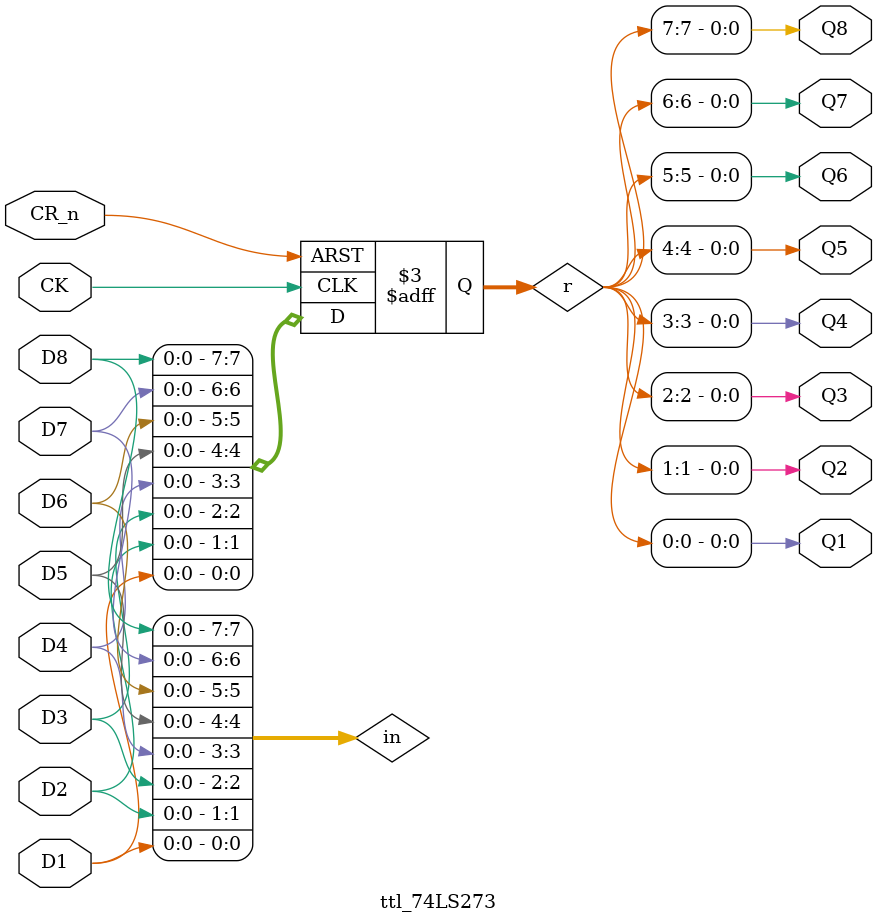
<source format=v>

module ttl_74LS273(input D1,
		   input D2,
		   input D3,
		   input D4,
		   input D5,
		   input D6,
		   input D7,
		   input D8,
		   output Q1,
		   output Q2,
		   output Q3,
		   output Q4,
		   output Q5,
		   output Q6,
		   output Q7,
		   output Q8,
		   input CK,
		   input CR_n);

   wire [7:0] in;
   reg [7:0]  r;

   assign in = { D8,D7,D6,D5,D4,D3,D2,D1 };
   
   always @(posedge CK or negedge CR_n)
     if (~CR_n)
       r <= 8'b0;
     else
       r <= in;
   
   assign Q1 = r[0];
   assign Q2 = r[1];
   assign Q3 = r[2];
   assign Q4 = r[3];
   assign Q5 = r[4];
   assign Q6 = r[5];
   assign Q7 = r[6];
   assign Q8 = r[7];
   
endmodule


</source>
